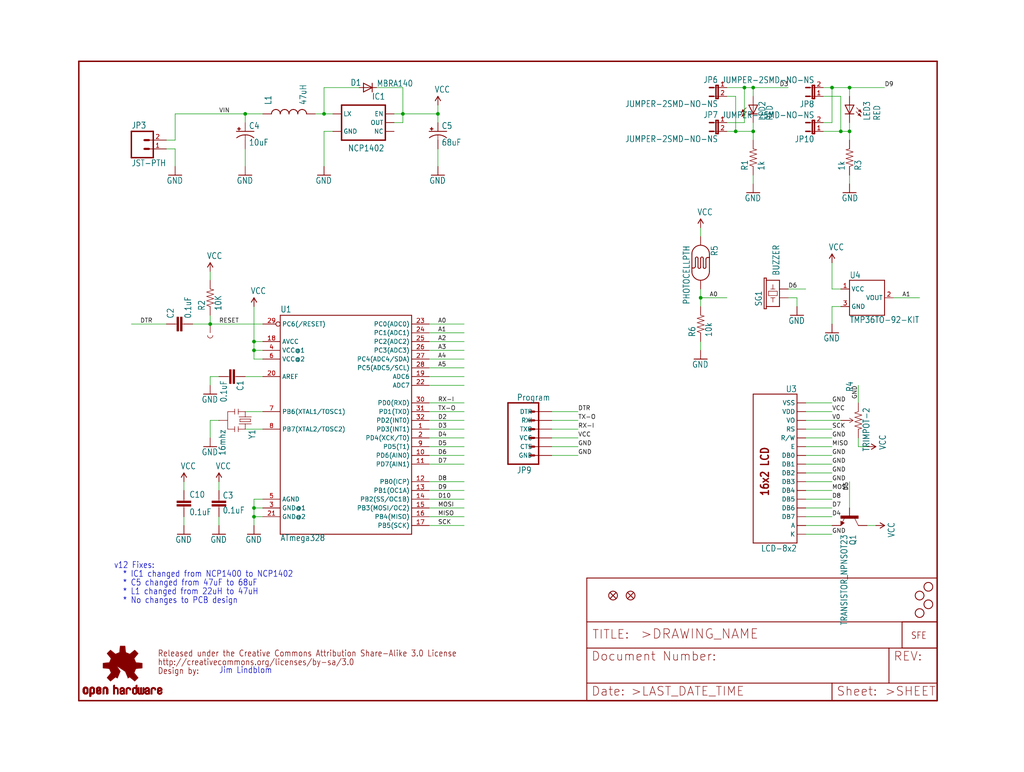
<source format=kicad_sch>
(kicad_sch (version 20211123) (generator eeschema)
  (paper "User" 297.002 223.926)
  (lib_symbols
    (symbol "eagleSchem-eagle-import:ARDUINO_SERIAL_PROGRAMPTH-KIT"
      (property "Reference" "JP" (at -5.08 10.922 0))
      (property "Value" "ARDUINO_SERIAL_PROGRAMPTH-KIT" (at -5.08 -10.16 0))
      (symbol "ARDUINO_SERIAL_PROGRAMPTH-KIT_1_0"
        (pin passive line (at 5.08 -5.08 180) (length 5.08) (name "DTR") (number "1"))
        (pin passive line (at 5.08 -2.54 180) (length 5.08) (name "RXI") (number "2"))
        (pin passive line (at 5.08 0 180) (length 5.08) (name "TXO") (number "3"))
        (pin passive line (at 5.08 2.54 180) (length 5.08) (name "VCC") (number "4"))
        (pin passive line (at 5.08 5.08 180) (length 5.08) (name "CTS") (number "5"))
        (pin passive line (at 5.08 7.62 180) (length 5.08) (name "GND") (number "6"))
      )
    )
    (symbol "eagleSchem-eagle-import:ATMEGA168"
      (property "Reference" "U" (at -17.78 -38.1 0))
      (property "Value" "ATMEGA168" (at -17.78 28.448 0))
      (symbol "ATMEGA168_1_0"
        (pin bidirectional line (at 25.4 -5.08 180) (length 5.08) (name "PD3(INT1)") (number "1"))
        (pin bidirectional line (at 25.4 -12.7 180) (length 5.08) (name "PD6(AIN0)") (number "10"))
        (pin bidirectional line (at 25.4 -15.24 180) (length 5.08) (name "PD7(AIN1)") (number "11"))
        (pin bidirectional line (at 25.4 -20.32 180) (length 5.08) (name "PB0(ICP)") (number "12"))
        (pin bidirectional line (at 25.4 -22.86 180) (length 5.08) (name "PB1(OC1A)") (number "13"))
        (pin bidirectional line (at 25.4 -25.4 180) (length 5.08) (name "PB2(SS/OC1B)") (number "14"))
        (pin bidirectional line (at 25.4 -27.94 180) (length 5.08) (name "PB3(MOSI/OC2)") (number "15"))
        (pin bidirectional line (at 25.4 -30.48 180) (length 5.08) (name "PB4(MISO)") (number "16"))
        (pin bidirectional line (at 25.4 -33.02 180) (length 5.08) (name "PB5(SCK)") (number "17"))
        (pin bidirectional line (at -22.86 20.32 0) (length 5.08) (name "AVCC") (number "18"))
        (pin bidirectional line (at 25.4 10.16 180) (length 5.08) (name "ADC6") (number "19"))
        (pin bidirectional line (at 25.4 -7.62 180) (length 5.08) (name "PD4(XCK/T0)") (number "2"))
        (pin bidirectional line (at -22.86 10.16 0) (length 5.08) (name "AREF") (number "20"))
        (pin bidirectional line (at -22.86 -30.48 0) (length 5.08) (name "GND@2") (number "21"))
        (pin bidirectional line (at 25.4 7.62 180) (length 5.08) (name "ADC7") (number "22"))
        (pin bidirectional line (at 25.4 25.4 180) (length 5.08) (name "PC0(ADC0)") (number "23"))
        (pin bidirectional line (at 25.4 22.86 180) (length 5.08) (name "PC1(ADC1)") (number "24"))
        (pin bidirectional line (at 25.4 20.32 180) (length 5.08) (name "PC2(ADC2)") (number "25"))
        (pin bidirectional line (at 25.4 17.78 180) (length 5.08) (name "PC3(ADC3)") (number "26"))
        (pin bidirectional line (at 25.4 15.24 180) (length 5.08) (name "PC4(ADC4/SDA)") (number "27"))
        (pin bidirectional line (at 25.4 12.7 180) (length 5.08) (name "PC5(ADC5/SCL)") (number "28"))
        (pin bidirectional inverted (at -22.86 25.4 0) (length 5.08) (name "PC6(/RESET)") (number "29"))
        (pin bidirectional line (at -22.86 -27.94 0) (length 5.08) (name "GND@1") (number "3"))
        (pin bidirectional line (at 25.4 2.54 180) (length 5.08) (name "PD0(RXD)") (number "30"))
        (pin bidirectional line (at 25.4 0 180) (length 5.08) (name "PD1(TXD)") (number "31"))
        (pin bidirectional line (at 25.4 -2.54 180) (length 5.08) (name "PD2(INT0)") (number "32"))
        (pin bidirectional line (at -22.86 17.78 0) (length 5.08) (name "VCC@1") (number "4"))
        (pin bidirectional line (at -22.86 -25.4 0) (length 5.08) (name "AGND") (number "5"))
        (pin bidirectional line (at -22.86 15.24 0) (length 5.08) (name "VCC@2") (number "6"))
        (pin bidirectional line (at -22.86 0 0) (length 5.08) (name "PB6(XTAL1/TOSC1)") (number "7"))
        (pin bidirectional line (at -22.86 -5.08 0) (length 5.08) (name "PB7(XTAL2/TOSC2)") (number "8"))
        (pin bidirectional line (at 25.4 -10.16 180) (length 5.08) (name "PD5(T1)") (number "9"))
      )
    )
    (symbol "eagleSchem-eagle-import:BUZZERPTH-NS-KIT"
      (property "Reference" "SG" (at -2.54 5.08 0))
      (property "Value" "BUZZERPTH-NS-KIT" (at 6.35 0 0))
      (symbol "BUZZERPTH-NS-KIT_1_0"
        (pin passive line (at 0 -2.54 90) (length 2.54) (name "1") (number "+"))
        (pin passive line (at 2.54 -2.54 90) (length 2.54) (name "2") (number "-"))
      )
    )
    (symbol "eagleSchem-eagle-import:CAP0402-CAP"
      (property "Reference" "C" (at 1.524 2.921 0))
      (property "Value" "CAP0402-CAP" (at 1.524 -2.159 0))
      (symbol "CAP0402-CAP_1_0"
        (pin passive line (at 0 5.08 270) (length 2.54) (name "1") (number "1"))
        (pin passive line (at 0 -2.54 90) (length 2.54) (name "2") (number "2"))
      )
    )
    (symbol "eagleSchem-eagle-import:CAP_POL1206"
      (property "Reference" "C" (at 1.016 0.635 0))
      (property "Value" "CAP_POL1206" (at 1.016 -4.191 0))
      (symbol "CAP_POL1206_1_0"
        (pin passive line (at 0 2.54 270) (length 2.54) (name "+") (number "A"))
        (pin passive line (at 0 -5.08 90) (length 2.54) (name "-") (number "C"))
      )
    )
    (symbol "eagleSchem-eagle-import:CAP_POL3528"
      (property "Reference" "C" (at 1.016 0.635 0))
      (property "Value" "CAP_POL3528" (at 1.016 -4.191 0))
      (symbol "CAP_POL3528_1_0"
        (pin passive line (at 0 2.54 270) (length 2.54) (name "+") (number "A"))
        (pin passive line (at 0 -5.08 90) (length 2.54) (name "-") (number "C"))
      )
    )
    (symbol "eagleSchem-eagle-import:CREATIVE_COMMONS"
      (symbol "CREATIVE_COMMONS_1_0"
        (text "Design by:" (at 0 0 0) (effects (font (size 1.778 1.5113)) (justify left bottom)))
        (text "http://creativecommons.org/licenses/by-sa/3.0" (at 0 2.54 0) (effects (font (size 1.778 1.5113)) (justify left bottom)))
        (text "Released under the Creative Commons Attribution Share-Alike 3.0 License" (at 0 5.08 0) (effects (font (size 1.778 1.5113)) (justify left bottom)))
      )
    )
    (symbol "eagleSchem-eagle-import:DIODESMA"
      (property "Reference" "D" (at 2.54 0.4826 0))
      (property "Value" "DIODESMA" (at 2.54 -2.3114 0))
      (symbol "DIODESMA_1_0"
        (pin passive line (at -2.54 0 0) (length 2.54) (name "A") (number "A"))
        (pin passive line (at 2.54 0 180) (length 2.54) (name "C") (number "C"))
      )
    )
    (symbol "eagleSchem-eagle-import:FIDUCIAL1X2.5")
    (symbol "eagleSchem-eagle-import:FRAME-LETTER"
      (symbol "FRAME-LETTER_2_0"
        (text ">DRAWING_NAME" (at 15.494 17.78 0) (effects (font (size 2.7432 2.7432)) (justify left bottom)))
        (text ">LAST_DATE_TIME" (at 12.7 1.27 0) (effects (font (size 2.54 2.54)) (justify left bottom)))
        (text ">SHEET" (at 86.36 1.27 0) (effects (font (size 2.54 2.54)) (justify left bottom)))
        (text "Date:" (at 1.27 1.27 0) (effects (font (size 2.54 2.54)) (justify left bottom)))
        (text "Document Number:" (at 1.27 11.43 0) (effects (font (size 2.54 2.54)) (justify left bottom)))
        (text "REV:" (at 88.9 11.43 0) (effects (font (size 2.54 2.54)) (justify left bottom)))
        (text "Sheet:" (at 72.39 1.27 0) (effects (font (size 2.54 2.54)) (justify left bottom)))
        (text "TITLE:" (at 1.524 17.78 0) (effects (font (size 2.54 2.54)) (justify left bottom)))
      )
    )
    (symbol "eagleSchem-eagle-import:GND" (power)
      (property "Value" "GND" (at -2.54 -2.54 0))
      (symbol "GND_1_0"
        (pin power_in line (at 0 2.54 270) (length 2.54) (name "GND") (number "1"))
      )
    )
    (symbol "eagleSchem-eagle-import:INDUCTORCR54"
      (property "Reference" "L" (at 2.54 5.08 0))
      (property "Value" "INDUCTORCR54" (at 2.54 -5.08 0))
      (symbol "INDUCTORCR54_1_0"
        (pin passive line (at 0 7.62 270) (length 2.54) (name "1") (number "P$1"))
        (pin passive line (at 0 -7.62 90) (length 2.54) (name "2") (number "P$2"))
      )
    )
    (symbol "eagleSchem-eagle-import:JUMPER-2SMD-NO-NS"
      (property "Reference" "JP" (at -1.27 0 90))
      (property "Value" "JUMPER-2SMD-NO-NS" (at 5.715 0 90))
      (symbol "JUMPER-2SMD-NO-NS_1_0"
        (pin passive line (at 0 -2.54 90) (length 2.54) (name "1") (number "1"))
        (pin passive line (at 2.54 -2.54 90) (length 2.54) (name "2") (number "2"))
      )
    )
    (symbol "eagleSchem-eagle-import:LCD-16X28X2-KIT"
      (property "Reference" "U" (at -7.62 23.368 0))
      (property "Value" "LCD-16X28X2-KIT" (at -7.62 -22.86 0))
      (symbol "LCD-16X28X2-KIT_1_0"
        (text "16x2 LCD" (at 3.048 -6.858 900) (effects (font (size 2.286 1.9431) (thickness 0.3886) bold) (justify left bottom)))
        (pin power_in line (at -10.16 20.32 0) (length 2.54) (name "VSS") (number "1"))
        (pin bidirectional line (at -10.16 -2.54 0) (length 2.54) (name "DB3") (number "10"))
        (pin bidirectional line (at -10.16 -5.08 0) (length 2.54) (name "DB4") (number "11"))
        (pin bidirectional line (at -10.16 -7.62 0) (length 2.54) (name "DB5") (number "12"))
        (pin bidirectional line (at -10.16 -10.16 0) (length 2.54) (name "DB6") (number "13"))
        (pin bidirectional line (at -10.16 -12.7 0) (length 2.54) (name "DB7") (number "14"))
        (pin power_in line (at -10.16 -15.24 0) (length 2.54) (name "A") (number "15"))
        (pin power_in line (at -10.16 -17.78 0) (length 2.54) (name "K") (number "16"))
        (pin power_in line (at -10.16 17.78 0) (length 2.54) (name "VDD") (number "2"))
        (pin bidirectional line (at -10.16 15.24 0) (length 2.54) (name "VO") (number "3"))
        (pin input line (at -10.16 12.7 0) (length 2.54) (name "RS") (number "4"))
        (pin input line (at -10.16 10.16 0) (length 2.54) (name "R/W") (number "5"))
        (pin input line (at -10.16 7.62 0) (length 2.54) (name "E") (number "6"))
        (pin bidirectional line (at -10.16 5.08 0) (length 2.54) (name "DB0") (number "7"))
        (pin bidirectional line (at -10.16 2.54 0) (length 2.54) (name "DB1") (number "8"))
        (pin bidirectional line (at -10.16 0 0) (length 2.54) (name "DB2") (number "9"))
      )
    )
    (symbol "eagleSchem-eagle-import:LED5MM-KIT"
      (property "Reference" "LED" (at 3.556 -4.572 90))
      (property "Value" "LED5MM-KIT" (at 5.715 -4.572 90))
      (symbol "LED5MM-KIT_1_0"
        (pin passive line (at 0 2.54 270) (length 2.54) (name "A") (number "A"))
        (pin passive line (at 0 -5.08 90) (length 2.54) (name "C") (number "K"))
      )
    )
    (symbol "eagleSchem-eagle-import:LOGO-SFENEW"
      (symbol "LOGO-SFENEW_1_0"
        (text "SFE" (at 0 0 0) (effects (font (size 1.9304 1.6408)) (justify left bottom)))
      )
    )
    (symbol "eagleSchem-eagle-import:M02JST-PTH-2-KIT"
      (property "Reference" "JP" (at -2.54 5.842 0))
      (property "Value" "M02JST-PTH-2-KIT" (at -2.54 -5.08 0))
      (symbol "M02JST-PTH-2-KIT_1_0"
        (pin passive line (at 7.62 0 180) (length 5.08) (name "1") (number "1"))
        (pin passive line (at 7.62 2.54 180) (length 5.08) (name "2") (number "2"))
      )
    )
    (symbol "eagleSchem-eagle-import:OSHW-LOGOM")
    (symbol "eagleSchem-eagle-import:PHOTOCELLPTH-KIT"
      (property "Reference" "R" (at -5.08 3.048 0))
      (property "Value" "PHOTOCELLPTH-KIT" (at -5.08 -5.08 0))
      (symbol "PHOTOCELLPTH-KIT_1_0"
        (pin bidirectional line (at -7.62 0 0) (length 2.54) (name "P$1") (number "1"))
        (pin bidirectional line (at 7.62 0 180) (length 2.54) (name "P$2") (number "2"))
      )
    )
    (symbol "eagleSchem-eagle-import:RESISTOR0402-RES"
      (property "Reference" "R" (at -3.81 1.4986 0))
      (property "Value" "RESISTOR0402-RES" (at -3.81 -3.302 0))
      (symbol "RESISTOR0402-RES_1_0"
        (pin passive line (at -5.08 0 0) (length 2.54) (name "1") (number "1"))
        (pin passive line (at 5.08 0 180) (length 2.54) (name "2") (number "2"))
      )
    )
    (symbol "eagleSchem-eagle-import:RESISTORKIT"
      (property "Reference" "R" (at -3.81 1.4986 0))
      (property "Value" "RESISTORKIT" (at -3.81 -3.302 0))
      (symbol "RESISTORKIT_1_0"
        (pin passive line (at -5.08 0 0) (length 2.54) (name "1") (number "P$1"))
        (pin passive line (at 5.08 0 180) (length 2.54) (name "2") (number "P$2"))
      )
    )
    (symbol "eagleSchem-eagle-import:RESONATORSMD"
      (property "Reference" "Y" (at 2.54 1.016 0))
      (property "Value" "RESONATORSMD" (at 2.54 -7.62 0))
      (symbol "RESONATORSMD_1_0"
        (pin passive line (at -2.54 0 0) (length 0) (name "1") (number "1"))
        (pin passive line (at 0 -7.62 90) (length 0) (name "2") (number "2"))
        (pin passive line (at 2.54 0 180) (length 0) (name "3") (number "3"))
      )
    )
    (symbol "eagleSchem-eagle-import:STAND-OFF")
    (symbol "eagleSchem-eagle-import:TEST-POINT3X5"
      (property "Reference" "TP" (at -2.54 2.54 0))
      (property "Value" "TEST-POINT3X5" (at -2.54 -2.54 0))
      (symbol "TEST-POINT3X5_1_0"
        (pin bidirectional line (at 0 0 180) (length 0) (name "1") (number "P$1"))
      )
    )
    (symbol "eagleSchem-eagle-import:TMP36TO-92-KIT"
      (property "Reference" "U" (at -5.08 5.588 0))
      (property "Value" "TMP36TO-92-KIT" (at -5.08 -7.366 0))
      (symbol "TMP36TO-92-KIT_1_0"
        (pin bidirectional line (at -7.62 2.54 0) (length 2.54) (name "VCC") (number "1"))
        (pin bidirectional line (at 7.62 0 180) (length 2.54) (name "VOUT") (number "2"))
        (pin bidirectional line (at -7.62 -2.54 0) (length 2.54) (name "GND") (number "3"))
      )
    )
    (symbol "eagleSchem-eagle-import:TRANSISTOR_NPNSOT23"
      (property "Reference" "Q" (at 5.08 0 0))
      (property "Value" "TRANSISTOR_NPNSOT23" (at 5.08 -2.54 0))
      (symbol "TRANSISTOR_NPNSOT23_1_0"
        (pin passive line (at -2.54 0 0) (length 2.54) (name "B") (number "1"))
        (pin passive line (at 2.54 -5.08 90) (length 2.54) (name "E") (number "2"))
        (pin passive line (at 2.54 5.08 270) (length 2.54) (name "C") (number "3"))
      )
    )
    (symbol "eagleSchem-eagle-import:TRIMPOT-2"
      (property "Reference" "R" (at -11.43 1.4986 0))
      (property "Value" "TRIMPOT-2" (at -3.81 -3.302 0))
      (symbol "TRIMPOT-2_1_0"
        (pin passive line (at -5.08 0 0) (length 2.54) (name "CCW") (number "1"))
        (pin passive line (at 0 5.08 270) (length 2.54) (name "WIPER") (number "2"))
        (pin passive line (at 5.08 0 180) (length 2.54) (name "CW") (number "3"))
      )
    )
    (symbol "eagleSchem-eagle-import:VCC" (power)
      (property "Value" "VCC" (at -1.016 3.556 0))
      (symbol "VCC_1_0"
        (pin power_in line (at 0 0 90) (length 2.54) (name "VCC") (number "1"))
      )
    )
    (symbol "eagleSchem-eagle-import:V_REG_NCP1400SOT23-5"
      (property "Reference" "IC" (at -5.08 6.604 0))
      (property "Value" "V_REG_NCP1400SOT23-5" (at -4.826 -8.382 0))
      (symbol "V_REG_NCP1400SOT23-5_1_0"
        (pin input line (at -7.62 2.54 0) (length 2.54) (name "EN") (number "1"))
        (pin passive line (at -7.62 0 0) (length 2.54) (name "OUT") (number "2"))
        (pin input line (at -7.62 -2.54 0) (length 2.54) (name "NC") (number "3"))
        (pin input line (at 10.16 -2.54 180) (length 2.54) (name "GND") (number "4"))
        (pin input line (at 10.16 2.54 180) (length 2.54) (name "LX") (number "5"))
      )
    )
  )
  (junction (at 127 33.02))
  (junction (at 93.98 33.02))
  (junction (at 73.66 101.6))
  (junction (at 60.96 93.98))
  (junction (at 213.36 38.1))
  (junction (at 218.44 38.1))
  (junction (at 215.9 25.4))
  (junction (at 71.12 33.02))
  (junction (at 243.84 38.1))
  (junction (at 246.38 38.1))
  (junction (at 73.66 149.86))
  (junction (at 73.66 147.32))
  (junction (at 246.38 25.4))
  (junction (at 116.84 33.02))
  (junction (at 241.3 25.4))
  (junction (at 73.66 99.06))
  (junction (at 218.44 25.4))
  (junction (at 203.2 86.36))
  (wire (pts (xy 241.3 25.4) (xy 238.76 25.4)))
  (wire (pts (xy 218.44 27.94) (xy 218.44 25.4)))
  (wire (pts (xy 124.46 144.78) (xy 134.62 144.78)))
  (wire (pts (xy 114.3 33.02) (xy 116.84 33.02)))
  (wire (pts (xy 73.66 101.6) (xy 73.66 99.06)))
  (wire (pts (xy 63.5 139.7) (xy 63.5 142.24)))
  (wire (pts (xy 48.26 93.98) (xy 38.1 93.98)))
  (wire (pts (xy 233.68 116.84) (xy 241.3 116.84)))
  (wire (pts (xy 124.46 127) (xy 134.62 127)))
  (wire (pts (xy 243.84 83.82) (xy 241.3 83.82)))
  (wire (pts (xy 124.46 111.76) (xy 134.62 111.76)))
  (wire (pts (xy 233.68 124.46) (xy 241.3 124.46)))
  (wire (pts (xy 246.38 53.34) (xy 246.38 50.8)))
  (wire (pts (xy 124.46 132.08) (xy 134.62 132.08)))
  (wire (pts (xy 50.8 40.64) (xy 50.8 33.02)))
  (wire (pts (xy 60.96 78.74) (xy 60.96 81.28)))
  (wire (pts (xy 218.44 25.4) (xy 228.6 25.4)))
  (wire (pts (xy 233.68 137.16) (xy 241.3 137.16)))
  (wire (pts (xy 233.68 129.54) (xy 241.3 129.54)))
  (wire (pts (xy 215.9 35.56) (xy 215.9 25.4)))
  (wire (pts (xy 160.02 119.38) (xy 167.64 119.38)))
  (wire (pts (xy 73.66 144.78) (xy 73.66 147.32)))
  (wire (pts (xy 246.38 27.94) (xy 246.38 25.4)))
  (wire (pts (xy 210.82 27.94) (xy 213.36 27.94)))
  (wire (pts (xy 238.76 27.94) (xy 243.84 27.94)))
  (wire (pts (xy 76.2 104.14) (xy 73.66 104.14)))
  (wire (pts (xy 124.46 93.98) (xy 134.62 93.98)))
  (wire (pts (xy 228.6 86.36) (xy 231.14 86.36)))
  (wire (pts (xy 124.46 116.84) (xy 134.62 116.84)))
  (wire (pts (xy 124.46 152.4) (xy 134.62 152.4)))
  (wire (pts (xy 116.84 33.02) (xy 116.84 35.56)))
  (wire (pts (xy 254 152.4) (xy 251.46 152.4)))
  (wire (pts (xy 241.3 88.9) (xy 241.3 93.98)))
  (wire (pts (xy 93.98 38.1) (xy 93.98 48.26)))
  (wire (pts (xy 228.6 83.82) (xy 233.68 83.82)))
  (wire (pts (xy 109.22 25.4) (xy 116.84 25.4)))
  (wire (pts (xy 53.34 139.7) (xy 53.34 142.24)))
  (wire (pts (xy 93.98 25.4) (xy 104.14 25.4)))
  (wire (pts (xy 124.46 149.86) (xy 134.62 149.86)))
  (wire (pts (xy 124.46 129.54) (xy 134.62 129.54)))
  (wire (pts (xy 238.76 35.56) (xy 241.3 35.56)))
  (wire (pts (xy 210.82 25.4) (xy 215.9 25.4)))
  (wire (pts (xy 246.38 40.64) (xy 246.38 38.1)))
  (wire (pts (xy 160.02 132.08) (xy 167.64 132.08)))
  (wire (pts (xy 160.02 129.54) (xy 167.64 129.54)))
  (wire (pts (xy 124.46 96.52) (xy 134.62 96.52)))
  (wire (pts (xy 124.46 99.06) (xy 134.62 99.06)))
  (wire (pts (xy 210.82 35.56) (xy 215.9 35.56)))
  (wire (pts (xy 71.12 33.02) (xy 71.12 35.56)))
  (wire (pts (xy 124.46 121.92) (xy 134.62 121.92)))
  (wire (pts (xy 53.34 152.4) (xy 53.34 149.86)))
  (wire (pts (xy 76.2 33.02) (xy 71.12 33.02)))
  (wire (pts (xy 233.68 147.32) (xy 241.3 147.32)))
  (wire (pts (xy 76.2 144.78) (xy 73.66 144.78)))
  (wire (pts (xy 210.82 38.1) (xy 213.36 38.1)))
  (wire (pts (xy 233.68 142.24) (xy 241.3 142.24)))
  (wire (pts (xy 233.68 119.38) (xy 241.3 119.38)))
  (wire (pts (xy 233.68 149.86) (xy 241.3 149.86)))
  (wire (pts (xy 243.84 38.1) (xy 246.38 38.1)))
  (wire (pts (xy 124.46 109.22) (xy 134.62 109.22)))
  (wire (pts (xy 91.44 33.02) (xy 93.98 33.02)))
  (wire (pts (xy 218.44 53.34) (xy 218.44 50.8)))
  (wire (pts (xy 233.68 121.92) (xy 243.84 121.92)))
  (wire (pts (xy 203.2 66.04) (xy 203.2 68.58)))
  (wire (pts (xy 96.52 38.1) (xy 93.98 38.1)))
  (wire (pts (xy 124.46 119.38) (xy 134.62 119.38)))
  (wire (pts (xy 243.84 88.9) (xy 241.3 88.9)))
  (wire (pts (xy 203.2 83.82) (xy 203.2 86.36)))
  (wire (pts (xy 203.2 86.36) (xy 210.82 86.36)))
  (wire (pts (xy 160.02 127) (xy 167.64 127)))
  (wire (pts (xy 124.46 124.46) (xy 134.62 124.46)))
  (wire (pts (xy 248.92 116.84) (xy 248.92 111.76)))
  (wire (pts (xy 50.8 43.18) (xy 50.8 48.26)))
  (wire (pts (xy 233.68 134.62) (xy 241.3 134.62)))
  (wire (pts (xy 76.2 99.06) (xy 73.66 99.06)))
  (wire (pts (xy 233.68 132.08) (xy 241.3 132.08)))
  (wire (pts (xy 241.3 25.4) (xy 246.38 25.4)))
  (wire (pts (xy 213.36 27.94) (xy 213.36 38.1)))
  (wire (pts (xy 127 33.02) (xy 127 30.48)))
  (wire (pts (xy 60.96 93.98) (xy 60.96 91.44)))
  (wire (pts (xy 124.46 147.32) (xy 134.62 147.32)))
  (wire (pts (xy 63.5 152.4) (xy 63.5 149.86)))
  (wire (pts (xy 55.88 93.98) (xy 60.96 93.98)))
  (wire (pts (xy 124.46 104.14) (xy 134.62 104.14)))
  (wire (pts (xy 48.26 40.64) (xy 50.8 40.64)))
  (wire (pts (xy 213.36 38.1) (xy 218.44 38.1)))
  (wire (pts (xy 116.84 25.4) (xy 116.84 33.02)))
  (wire (pts (xy 93.98 33.02) (xy 93.98 25.4)))
  (wire (pts (xy 233.68 152.4) (xy 241.3 152.4)))
  (wire (pts (xy 127 43.18) (xy 127 48.26)))
  (wire (pts (xy 124.46 106.68) (xy 134.62 106.68)))
  (wire (pts (xy 60.96 109.22) (xy 63.5 109.22)))
  (wire (pts (xy 248.92 127) (xy 248.92 129.54)))
  (wire (pts (xy 233.68 144.78) (xy 241.3 144.78)))
  (wire (pts (xy 124.46 139.7) (xy 134.62 139.7)))
  (wire (pts (xy 218.44 38.1) (xy 218.44 35.56)))
  (wire (pts (xy 160.02 124.46) (xy 167.64 124.46)))
  (wire (pts (xy 73.66 99.06) (xy 73.66 88.9)))
  (wire (pts (xy 218.44 40.64) (xy 218.44 38.1)))
  (wire (pts (xy 73.66 104.14) (xy 73.66 101.6)))
  (wire (pts (xy 76.2 147.32) (xy 73.66 147.32)))
  (wire (pts (xy 259.08 86.36) (xy 266.7 86.36)))
  (wire (pts (xy 124.46 134.62) (xy 134.62 134.62)))
  (wire (pts (xy 241.3 83.82) (xy 241.3 76.2)))
  (wire (pts (xy 248.92 129.54) (xy 251.46 129.54)))
  (wire (pts (xy 76.2 101.6) (xy 73.66 101.6)))
  (wire (pts (xy 76.2 124.46) (xy 71.12 124.46)))
  (wire (pts (xy 76.2 119.38) (xy 71.12 119.38)))
  (wire (pts (xy 233.68 127) (xy 241.3 127)))
  (wire (pts (xy 160.02 121.92) (xy 167.64 121.92)))
  (wire (pts (xy 238.76 38.1) (xy 243.84 38.1)))
  (wire (pts (xy 76.2 93.98) (xy 60.96 93.98)))
  (wire (pts (xy 241.3 35.56) (xy 241.3 25.4)))
  (wire (pts (xy 215.9 25.4) (xy 218.44 25.4)))
  (wire (pts (xy 124.46 101.6) (xy 134.62 101.6)))
  (wire (pts (xy 203.2 88.9) (xy 203.2 86.36)))
  (wire (pts (xy 231.14 86.36) (xy 231.14 88.9)))
  (wire (pts (xy 243.84 27.94) (xy 243.84 38.1)))
  (wire (pts (xy 63.5 121.92) (xy 60.96 121.92)))
  (wire (pts (xy 116.84 33.02) (xy 127 33.02)))
  (wire (pts (xy 60.96 111.76) (xy 60.96 109.22)))
  (wire (pts (xy 246.38 147.32) (xy 246.38 139.7)))
  (wire (pts (xy 124.46 142.24) (xy 134.62 142.24)))
  (wire (pts (xy 71.12 43.18) (xy 71.12 48.26)))
  (wire (pts (xy 203.2 101.6) (xy 203.2 99.06)))
  (wire (pts (xy 71.12 109.22) (xy 76.2 109.22)))
  (wire (pts (xy 73.66 147.32) (xy 73.66 149.86)))
  (wire (pts (xy 246.38 38.1) (xy 246.38 35.56)))
  (wire (pts (xy 76.2 149.86) (xy 73.66 149.86)))
  (wire (pts (xy 116.84 35.56) (xy 114.3 35.56)))
  (wire (pts (xy 233.68 139.7) (xy 241.3 139.7)))
  (wire (pts (xy 246.38 25.4) (xy 256.54 25.4)))
  (wire (pts (xy 60.96 121.92) (xy 60.96 127)))
  (wire (pts (xy 96.52 33.02) (xy 93.98 33.02)))
  (wire (pts (xy 233.68 154.94) (xy 241.3 154.94)))
  (wire (pts (xy 50.8 33.02) (xy 71.12 33.02)))
  (wire (pts (xy 127 33.02) (xy 127 35.56)))
  (wire (pts (xy 73.66 149.86) (xy 73.66 152.4)))
  (wire (pts (xy 48.26 43.18) (xy 50.8 43.18)))
  (text "* No changes to PCB design" (at 35.56 175.26 180) (effects (font (size 1.778 1.5113)) (justify left bottom)))
  (text "v12 Fixes:" (at 33.02 165.1 180) (effects (font (size 1.778 1.5113)) (justify left bottom)))
  (text "* C5 changed from 47uF to 68uF" (at 35.56 170.18 180) (effects (font (size 1.778 1.5113)) (justify left bottom)))
  (text "* L1 changed from 22uH to 47uH" (at 35.56 172.72 180) (effects (font (size 1.778 1.5113)) (justify left bottom)))
  (text "* IC1 changed from NCP1400 to NCP1402" (at 35.56 167.64 180) (effects (font (size 1.778 1.5113)) (justify left bottom)))
  (text "Jim Lindblom" (at 63.5 195.58 180) (effects (font (size 1.778 1.5113)) (justify left bottom)))
  (label "MOSI" (at 241.3 142.24 0) (effects (font (size 1.2446 1.2446))))
  (label "GND" (at 241.3 116.84 0) (effects (font (size 1.2446 1.2446))))
  (label "VIN" (at 63.5 33.02 0) (effects (font (size 1.2446 1.2446))))
  (label "SCK" (at 127 152.4 0) (effects (font (size 1.2446 1.2446))))
  (label "VCC" (at 167.64 127 0) (effects (font (size 1.2446 1.2446))))
  (label "GND" (at 241.3 127 0) (effects (font (size 1.2446 1.2446))))
  (label "GND" (at 241.3 139.7 0) (effects (font (size 1.2446 1.2446))))
  (label "MISO" (at 241.3 129.54 0) (effects (font (size 1.2446 1.2446))))
  (label "DTR" (at 167.64 119.38 0) (effects (font (size 1.2446 1.2446))))
  (label "D4" (at 127 127 0) (effects (font (size 1.2446 1.2446))))
  (label "A4" (at 127 104.14 0) (effects (font (size 1.2446 1.2446))))
  (label "GND" (at 241.3 154.94 0) (effects (font (size 1.2446 1.2446))))
  (label "V0" (at 241.3 121.92 0) (effects (font (size 1.2446 1.2446))))
  (label "RX-I" (at 127 116.84 0) (effects (font (size 1.2446 1.2446))))
  (label "D8" (at 127 139.7 0) (effects (font (size 1.2446 1.2446))))
  (label "GND" (at 167.64 129.54 0) (effects (font (size 1.2446 1.2446))))
  (label "D5" (at 246.38 139.7 270) (effects (font (size 1.2446 1.2446))))
  (label "D10" (at 127 144.78 0) (effects (font (size 1.2446 1.2446))))
  (label "GND" (at 167.64 132.08 0) (effects (font (size 1.2446 1.2446))))
  (label "D5" (at 127 129.54 0) (effects (font (size 1.2446 1.2446))))
  (label "D4" (at 241.3 149.86 0) (effects (font (size 1.2446 1.2446))))
  (label "D7" (at 127 134.62 0) (effects (font (size 1.2446 1.2446))))
  (label "SCK" (at 241.3 124.46 0) (effects (font (size 1.2446 1.2446))))
  (label "A5" (at 127 106.68 0) (effects (font (size 1.2446 1.2446))))
  (label "TX-O" (at 167.64 121.92 0) (effects (font (size 1.2446 1.2446))))
  (label "A1" (at 127 96.52 0) (effects (font (size 1.2446 1.2446))))
  (label "RX-I" (at 167.64 124.46 0) (effects (font (size 1.2446 1.2446))))
  (label "D3" (at 226.06 25.4 0) (effects (font (size 1.2446 1.2446))))
  (label "A3" (at 127 101.6 0) (effects (font (size 1.2446 1.2446))))
  (label "D7" (at 241.3 147.32 0) (effects (font (size 1.2446 1.2446))))
  (label "D3" (at 127 124.46 0) (effects (font (size 1.2446 1.2446))))
  (label "GND" (at 241.3 137.16 0) (effects (font (size 1.2446 1.2446))))
  (label "A2" (at 127 99.06 0) (effects (font (size 1.2446 1.2446))))
  (label "MOSI" (at 127 147.32 0) (effects (font (size 1.2446 1.2446))))
  (label "D2" (at 127 121.92 0) (effects (font (size 1.2446 1.2446))))
  (label "A0" (at 127 93.98 0) (effects (font (size 1.2446 1.2446))))
  (label "D8" (at 241.3 144.78 0) (effects (font (size 1.2446 1.2446))))
  (label "RESET" (at 63.5 93.98 0) (effects (font (size 1.2446 1.2446))))
  (label "GND" (at 241.3 132.08 0) (effects (font (size 1.2446 1.2446))))
  (label "A0" (at 205.74 86.36 0) (effects (font (size 1.2446 1.2446))))
  (label "A1" (at 261.62 86.36 0) (effects (font (size 1.2446 1.2446))))
  (label "VCC" (at 241.3 119.38 0) (effects (font (size 1.2446 1.2446))))
  (label "DTR" (at 40.64 93.98 0) (effects (font (size 1.2446 1.2446))))
  (label "GND" (at 248.92 111.76 270) (effects (font (size 1.2446 1.2446))))
  (label "D6" (at 228.6 83.82 0) (effects (font (size 1.2446 1.2446))))
  (label "D9" (at 256.54 25.4 0) (effects (font (size 1.2446 1.2446))))
  (label "GND" (at 241.3 134.62 0) (effects (font (size 1.2446 1.2446))))
  (label "MISO" (at 127 149.86 0) (effects (font (size 1.2446 1.2446))))
  (label "D6" (at 127 132.08 0) (effects (font (size 1.2446 1.2446))))
  (label "D9" (at 127 142.24 0) (effects (font (size 1.2446 1.2446))))
  (label "TX-O" (at 127 119.38 0) (effects (font (size 1.2446 1.2446))))
  (symbol (lib_id "eagleSchem-eagle-import:JUMPER-2SMD-NO-NS") (at 236.22 27.94 90) (unit 1)
    (property "Reference" "JP8" (at 236.22 29.21 90) (effects (font (size 1.778 1.5113)) (justify left bottom)))
    (property "Value" "JUMPER-2SMD-NO-NS" (at 236.22 22.225 90) (effects (font (size 1.778 1.5113)) (justify left bottom)))
    (property "Footprint" "eagleSchem:SJ_2S-NO-NS" (effects hide))
  )
  (symbol (lib_id "eagleSchem-eagle-import:LCD-16X28X2-KIT") (at 223.52 137.16 0) (mirror y) (unit 1)
    (property "Reference" "U3" (at 231.14 113.792 0) (effects (font (size 1.778 1.5113)) (justify left bottom)))
    (property "Value" "LCD-8x2" (at 231.14 160.02 0) (effects (font (size 1.778 1.5113)) (justify left bottom)))
    (property "Footprint" "eagleSchem:LCD-8X2-KIT" (effects hide))
  )
  (symbol (lib_id "eagleSchem-eagle-import:STAND-OFF") (at 266.7 177.8 0) (unit 1)
    (property "Reference" "JP5" (effects hide))
    (property "Value" "Long, Plastic" (effects hide))
    (property "Footprint" "eagleSchem:STAND-OFF" (effects hide))
  )
  (symbol (lib_id "eagleSchem-eagle-import:VCC") (at 254 152.4 270) (unit 1)
    (property "Reference" "#P+4" (effects hide))
    (property "Value" "VCC" (at 257.556 151.384 0) (effects (font (size 1.778 1.5113)) (justify left bottom)))
    (property "Footprint" "eagleSchem:" (effects hide))
  )
  (symbol (lib_id "eagleSchem-eagle-import:TMP36TO-92-KIT") (at 251.46 86.36 0) (unit 1)
    (property "Reference" "U4" (at 246.38 80.772 0) (effects (font (size 1.778 1.5113)) (justify left bottom)))
    (property "Value" "TMP36TO-92-KIT" (at 246.38 93.726 0) (effects (font (size 1.778 1.5113)) (justify left bottom)))
    (property "Footprint" "eagleSchem:TO-92-KIT" (effects hide))
  )
  (symbol (lib_id "eagleSchem-eagle-import:CAP_POL3528") (at 127 38.1 0) (unit 1)
    (property "Reference" "C5" (at 128.016 37.465 0) (effects (font (size 1.778 1.5113)) (justify left bottom)))
    (property "Value" "68uF" (at 128.016 42.291 0) (effects (font (size 1.778 1.5113)) (justify left bottom)))
    (property "Footprint" "eagleSchem:EIA3528" (effects hide))
  )
  (symbol (lib_id "eagleSchem-eagle-import:GND") (at 63.5 154.94 0) (unit 1)
    (property "Reference" "#GND1" (effects hide))
    (property "Value" "GND" (at 60.96 157.48 0) (effects (font (size 1.778 1.5113)) (justify left bottom)))
    (property "Footprint" "eagleSchem:" (effects hide))
  )
  (symbol (lib_id "eagleSchem-eagle-import:FRAME-LETTER") (at 22.86 203.2 0) (unit 1)
    (property "Reference" "#FRAME1" (effects hide))
    (property "Value" "FRAME-LETTER" (effects hide))
    (property "Footprint" "eagleSchem:" (effects hide))
  )
  (symbol (lib_id "eagleSchem-eagle-import:GND") (at 71.12 50.8 0) (unit 1)
    (property "Reference" "#GND10" (effects hide))
    (property "Value" "GND" (at 68.58 53.34 0) (effects (font (size 1.778 1.5113)) (justify left bottom)))
    (property "Footprint" "eagleSchem:" (effects hide))
  )
  (symbol (lib_id "eagleSchem-eagle-import:RESISTORKIT") (at 246.38 45.72 270) (mirror x) (unit 1)
    (property "Reference" "R3" (at 247.8786 49.53 0) (effects (font (size 1.778 1.5113)) (justify left bottom)))
    (property "Value" "1k" (at 243.078 49.53 0) (effects (font (size 1.778 1.5113)) (justify left bottom)))
    (property "Footprint" "eagleSchem:AXIAL-0.3-KIT" (effects hide))
  )
  (symbol (lib_id "eagleSchem-eagle-import:VCC") (at 73.66 88.9 0) (unit 1)
    (property "Reference" "#P+6" (effects hide))
    (property "Value" "VCC" (at 72.644 85.344 0) (effects (font (size 1.778 1.5113)) (justify left bottom)))
    (property "Footprint" "eagleSchem:" (effects hide))
  )
  (symbol (lib_id "eagleSchem-eagle-import:ATMEGA168") (at 99.06 119.38 0) (unit 1)
    (property "Reference" "U1" (at 81.28 90.678 0) (effects (font (size 1.778 1.5113)) (justify left bottom)))
    (property "Value" "ATmega328" (at 81.28 156.972 0) (effects (font (size 1.778 1.5113)) (justify left bottom)))
    (property "Footprint" "eagleSchem:TQFP32-08" (effects hide))
  )
  (symbol (lib_id "eagleSchem-eagle-import:STAND-OFF") (at 269.24 170.18 0) (unit 1)
    (property "Reference" "JP1" (effects hide))
    (property "Value" "Long, Plastic" (effects hide))
    (property "Footprint" "eagleSchem:STAND-OFF" (effects hide))
  )
  (symbol (lib_id "eagleSchem-eagle-import:BUZZERPTH-NS-KIT") (at 226.06 86.36 90) (unit 1)
    (property "Reference" "SG1" (at 220.98 88.9 0) (effects (font (size 1.778 1.5113)) (justify left bottom)))
    (property "Value" "BUZZER" (at 226.06 80.01 0) (effects (font (size 1.778 1.5113)) (justify left bottom)))
    (property "Footprint" "eagleSchem:BUZZER-12MM-NS-KIT" (effects hide))
  )
  (symbol (lib_id "eagleSchem-eagle-import:INDUCTORCR54") (at 83.82 33.02 90) (unit 1)
    (property "Reference" "L1" (at 78.74 30.48 0) (effects (font (size 1.778 1.5113)) (justify left bottom)))
    (property "Value" "47uH" (at 88.9 30.48 0) (effects (font (size 1.778 1.5113)) (justify left bottom)))
    (property "Footprint" "eagleSchem:CR54" (effects hide))
  )
  (symbol (lib_id "eagleSchem-eagle-import:TRANSISTOR_NPNSOT23") (at 246.38 149.86 270) (unit 1)
    (property "Reference" "Q1" (at 246.38 154.94 0) (effects (font (size 1.778 1.5113)) (justify left bottom)))
    (property "Value" "TRANSISTOR_NPNSOT23" (at 243.84 154.94 0) (effects (font (size 1.778 1.5113)) (justify left bottom)))
    (property "Footprint" "eagleSchem:SOT23" (effects hide))
  )
  (symbol (lib_id "eagleSchem-eagle-import:FRAME-LETTER") (at 170.18 203.2 0) (unit 2)
    (property "Reference" "#FRAME1" (effects hide))
    (property "Value" "FRAME-LETTER" (effects hide))
    (property "Footprint" "eagleSchem:" (effects hide))
  )
  (symbol (lib_id "eagleSchem-eagle-import:PHOTOCELLPTH-KIT") (at 203.2 76.2 270) (unit 1)
    (property "Reference" "R5" (at 206.248 71.12 0) (effects (font (size 1.778 1.5113)) (justify left bottom)))
    (property "Value" "PHOTOCELLPTH" (at 198.12 71.12 0) (effects (font (size 1.778 1.5113)) (justify left bottom)))
    (property "Footprint" "eagleSchem:PHOTOCELL-KIT" (effects hide))
  )
  (symbol (lib_id "eagleSchem-eagle-import:STAND-OFF") (at 269.24 175.26 0) (unit 1)
    (property "Reference" "JP2" (effects hide))
    (property "Value" "Long, Plastic" (effects hide))
    (property "Footprint" "eagleSchem:STAND-OFF" (effects hide))
  )
  (symbol (lib_id "eagleSchem-eagle-import:CAP_POL1206") (at 71.12 38.1 0) (unit 1)
    (property "Reference" "C4" (at 72.136 37.465 0) (effects (font (size 1.778 1.5113)) (justify left bottom)))
    (property "Value" "10uF" (at 72.136 42.291 0) (effects (font (size 1.778 1.5113)) (justify left bottom)))
    (property "Footprint" "eagleSchem:EIA3216" (effects hide))
  )
  (symbol (lib_id "eagleSchem-eagle-import:VCC") (at 60.96 78.74 0) (unit 1)
    (property "Reference" "#P+5" (effects hide))
    (property "Value" "VCC" (at 59.944 75.184 0) (effects (font (size 1.778 1.5113)) (justify left bottom)))
    (property "Footprint" "eagleSchem:" (effects hide))
  )
  (symbol (lib_id "eagleSchem-eagle-import:VCC") (at 127 30.48 0) (unit 1)
    (property "Reference" "#P+2" (effects hide))
    (property "Value" "VCC" (at 125.984 26.924 0) (effects (font (size 1.778 1.5113)) (justify left bottom)))
    (property "Footprint" "eagleSchem:" (effects hide))
  )
  (symbol (lib_id "eagleSchem-eagle-import:GND") (at 60.96 114.3 0) (unit 1)
    (property "Reference" "#GND7" (effects hide))
    (property "Value" "GND" (at 58.42 116.84 0) (effects (font (size 1.778 1.5113)) (justify left bottom)))
    (property "Footprint" "eagleSchem:" (effects hide))
  )
  (symbol (lib_id "eagleSchem-eagle-import:GND") (at 53.34 154.94 0) (unit 1)
    (property "Reference" "#GND26" (effects hide))
    (property "Value" "GND" (at 50.8 157.48 0) (effects (font (size 1.778 1.5113)) (justify left bottom)))
    (property "Footprint" "eagleSchem:" (effects hide))
  )
  (symbol (lib_id "eagleSchem-eagle-import:RESISTOR0402-RES") (at 203.2 93.98 90) (unit 1)
    (property "Reference" "R6" (at 201.7014 97.79 0) (effects (font (size 1.778 1.5113)) (justify left bottom)))
    (property "Value" "10k" (at 206.502 97.79 0) (effects (font (size 1.778 1.5113)) (justify left bottom)))
    (property "Footprint" "eagleSchem:0402-RES" (effects hide))
  )
  (symbol (lib_id "eagleSchem-eagle-import:STAND-OFF") (at 266.7 172.72 0) (unit 1)
    (property "Reference" "JP4" (effects hide))
    (property "Value" "Long, Plastic" (effects hide))
    (property "Footprint" "eagleSchem:STAND-OFF" (effects hide))
  )
  (symbol (lib_id "eagleSchem-eagle-import:OSHW-LOGOM") (at 35.56 193.04 0) (unit 1)
    (property "Reference" "U$2" (effects hide))
    (property "Value" "OSHW-LOGOM" (effects hide))
    (property "Footprint" "eagleSchem:OSHW-LOGO-M" (effects hide))
  )
  (symbol (lib_id "eagleSchem-eagle-import:FIDUCIAL1X2.5") (at 182.88 172.72 0) (unit 1)
    (property "Reference" "JP12" (effects hide))
    (property "Value" "FIDUCIAL1X2.5" (effects hide))
    (property "Footprint" "eagleSchem:FIDUCIAL-1X2.5" (effects hide))
  )
  (symbol (lib_id "eagleSchem-eagle-import:GND") (at 241.3 96.52 0) (unit 1)
    (property "Reference" "#GND15" (effects hide))
    (property "Value" "GND" (at 238.76 99.06 0) (effects (font (size 1.778 1.5113)) (justify left bottom)))
    (property "Footprint" "eagleSchem:" (effects hide))
  )
  (symbol (lib_id "eagleSchem-eagle-import:TRIMPOT-2") (at 248.92 121.92 90) (mirror x) (unit 1)
    (property "Reference" "R4" (at 247.4214 110.49 0) (effects (font (size 1.778 1.5113)) (justify left bottom)))
    (property "Value" "TRIMPOT-2" (at 252.222 118.11 0) (effects (font (size 1.778 1.5113)) (justify left bottom)))
    (property "Footprint" "eagleSchem:TRIMPOT_TC33" (effects hide))
  )
  (symbol (lib_id "eagleSchem-eagle-import:RESISTOR0402-RES") (at 60.96 86.36 90) (unit 1)
    (property "Reference" "R2" (at 59.4614 90.17 0) (effects (font (size 1.778 1.5113)) (justify left bottom)))
    (property "Value" "10K" (at 64.262 90.17 0) (effects (font (size 1.778 1.5113)) (justify left bottom)))
    (property "Footprint" "eagleSchem:0402-RES" (effects hide))
  )
  (symbol (lib_id "eagleSchem-eagle-import:RESONATORSMD") (at 71.12 121.92 270) (unit 1)
    (property "Reference" "Y1" (at 72.136 124.46 0) (effects (font (size 1.778 1.5113)) (justify left bottom)))
    (property "Value" "16mhz" (at 63.5 124.46 0) (effects (font (size 1.778 1.5113)) (justify left bottom)))
    (property "Footprint" "eagleSchem:RESONATOR-SMD" (effects hide))
  )
  (symbol (lib_id "eagleSchem-eagle-import:GND") (at 218.44 55.88 0) (unit 1)
    (property "Reference" "#GND2" (effects hide))
    (property "Value" "GND" (at 215.9 58.42 0) (effects (font (size 1.778 1.5113)) (justify left bottom)))
    (property "Footprint" "eagleSchem:" (effects hide))
  )
  (symbol (lib_id "eagleSchem-eagle-import:CREATIVE_COMMONS") (at 45.72 195.58 0) (unit 1)
    (property "Reference" "U$1" (effects hide))
    (property "Value" "CREATIVE_COMMONS" (effects hide))
    (property "Footprint" "eagleSchem:CREATIVE_COMMONS" (effects hide))
  )
  (symbol (lib_id "eagleSchem-eagle-import:LOGO-SFENEW") (at 264.16 185.42 0) (unit 1)
    (property "Reference" "U$3" (effects hide))
    (property "Value" "LOGO-SFENEW" (effects hide))
    (property "Footprint" "eagleSchem:SFE-NEW-WEBLOGO" (effects hide))
  )
  (symbol (lib_id "eagleSchem-eagle-import:GND") (at 231.14 91.44 0) (unit 1)
    (property "Reference" "#GND3" (effects hide))
    (property "Value" "GND" (at 228.6 93.98 0) (effects (font (size 1.778 1.5113)) (justify left bottom)))
    (property "Footprint" "eagleSchem:" (effects hide))
  )
  (symbol (lib_id "eagleSchem-eagle-import:GND") (at 127 50.8 0) (unit 1)
    (property "Reference" "#GND12" (effects hide))
    (property "Value" "GND" (at 124.46 53.34 0) (effects (font (size 1.778 1.5113)) (justify left bottom)))
    (property "Footprint" "eagleSchem:" (effects hide))
  )
  (symbol (lib_id "eagleSchem-eagle-import:GND") (at 73.66 154.94 0) (unit 1)
    (property "Reference" "#GND9" (effects hide))
    (property "Value" "GND" (at 71.12 157.48 0) (effects (font (size 1.778 1.5113)) (justify left bottom)))
    (property "Footprint" "eagleSchem:" (effects hide))
  )
  (symbol (lib_id "eagleSchem-eagle-import:LED5MM-KIT") (at 218.44 30.48 0) (unit 1)
    (property "Reference" "LED2" (at 221.996 35.052 90) (effects (font (size 1.778 1.5113)) (justify left bottom)))
    (property "Value" "RED" (at 224.155 35.052 90) (effects (font (size 1.778 1.5113)) (justify left bottom)))
    (property "Footprint" "eagleSchem:LED5MM-KIT" (effects hide))
  )
  (symbol (lib_id "eagleSchem-eagle-import:VCC") (at 53.34 139.7 0) (unit 1)
    (property "Reference" "#P+16" (effects hide))
    (property "Value" "VCC" (at 52.324 136.144 0) (effects (font (size 1.778 1.5113)) (justify left bottom)))
    (property "Footprint" "eagleSchem:" (effects hide))
  )
  (symbol (lib_id "eagleSchem-eagle-import:VCC") (at 241.3 76.2 0) (unit 1)
    (property "Reference" "#P+8" (effects hide))
    (property "Value" "VCC" (at 240.284 72.644 0) (effects (font (size 1.778 1.5113)) (justify left bottom)))
    (property "Footprint" "eagleSchem:" (effects hide))
  )
  (symbol (lib_id "eagleSchem-eagle-import:ARDUINO_SERIAL_PROGRAMPTH-KIT") (at 154.94 124.46 0) (mirror x) (unit 1)
    (property "Reference" "JP9" (at 149.86 135.382 0) (effects (font (size 1.778 1.5113)) (justify left bottom)))
    (property "Value" "Program" (at 149.86 114.3 0) (effects (font (size 1.778 1.5113)) (justify left bottom)))
    (property "Footprint" "eagleSchem:1X06-KIT" (effects hide))
  )
  (symbol (lib_id "eagleSchem-eagle-import:LED5MM-KIT") (at 246.38 30.48 0) (mirror y) (unit 1)
    (property "Reference" "LED3" (at 250.444 35.052 90) (effects (font (size 1.778 1.5113)) (justify left bottom)))
    (property "Value" "RED" (at 253.365 35.052 90) (effects (font (size 1.778 1.5113)) (justify left bottom)))
    (property "Footprint" "eagleSchem:LED5MM-KIT" (effects hide))
  )
  (symbol (lib_id "eagleSchem-eagle-import:VCC") (at 203.2 66.04 0) (unit 1)
    (property "Reference" "#P+7" (effects hide))
    (property "Value" "VCC" (at 202.184 62.484 0) (effects (font (size 1.778 1.5113)) (justify left bottom)))
    (property "Footprint" "eagleSchem:" (effects hide))
  )
  (symbol (lib_id "eagleSchem-eagle-import:GND") (at 93.98 50.8 0) (unit 1)
    (property "Reference" "#GND11" (effects hide))
    (property "Value" "GND" (at 91.44 53.34 0) (effects (font (size 1.778 1.5113)) (justify left bottom)))
    (property "Footprint" "eagleSchem:" (effects hide))
  )
  (symbol (lib_id "eagleSchem-eagle-import:JUMPER-2SMD-NO-NS") (at 236.22 38.1 90) (unit 1)
    (property "Reference" "JP10" (at 236.22 39.37 90) (effects (font (size 1.778 1.5113)) (justify left bottom)))
    (property "Value" "JUMPER-2SMD-NO-NS" (at 236.22 32.385 90) (effects (font (size 1.778 1.5113)) (justify left bottom)))
    (property "Footprint" "eagleSchem:SJ_2S-NO-NS" (effects hide))
  )
  (symbol (lib_id "eagleSchem-eagle-import:M02JST-PTH-2-KIT") (at 40.64 43.18 0) (unit 1)
    (property "Reference" "JP3" (at 38.1 37.338 0) (effects (font (size 1.778 1.5113)) (justify left bottom)))
    (property "Value" "JST-PTH" (at 38.1 48.26 0) (effects (font (size 1.778 1.5113)) (justify left bottom)))
    (property "Footprint" "eagleSchem:JST-2-PTH-KIT" (effects hide))
  )
  (symbol (lib_id "eagleSchem-eagle-import:JUMPER-2SMD-NO-NS") (at 208.28 25.4 90) (mirror x) (unit 1)
    (property "Reference" "JP6" (at 208.28 24.13 90) (effects (font (size 1.778 1.5113)) (justify left bottom)))
    (property "Value" "JUMPER-2SMD-NO-NS" (at 208.28 31.115 90) (effects (font (size 1.778 1.5113)) (justify left bottom)))
    (property "Footprint" "eagleSchem:SJ_2S-NO-NS" (effects hide))
  )
  (symbol (lib_id "eagleSchem-eagle-import:V_REG_NCP1400SOT23-5") (at 106.68 35.56 0) (mirror y) (unit 1)
    (property "Reference" "IC1" (at 111.76 28.956 0) (effects (font (size 1.778 1.5113)) (justify left bottom)))
    (property "Value" "NCP1402" (at 111.506 43.942 0) (effects (font (size 1.778 1.5113)) (justify left bottom)))
    (property "Footprint" "eagleSchem:SOT23-5" (effects hide))
  )
  (symbol (lib_id "eagleSchem-eagle-import:CAP0402-CAP") (at 53.34 147.32 0) (unit 1)
    (property "Reference" "C10" (at 54.864 144.399 0) (effects (font (size 1.778 1.5113)) (justify left bottom)))
    (property "Value" "0.1uF" (at 54.864 149.479 0) (effects (font (size 1.778 1.5113)) (justify left bottom)))
    (property "Footprint" "eagleSchem:0402-CAP" (effects hide))
  )
  (symbol (lib_id "eagleSchem-eagle-import:JUMPER-2SMD-NO-NS") (at 208.28 35.56 90) (mirror x) (unit 1)
    (property "Reference" "JP7" (at 208.28 34.29 90) (effects (font (size 1.778 1.5113)) (justify left bottom)))
    (property "Value" "JUMPER-2SMD-NO-NS" (at 208.28 41.275 90) (effects (font (size 1.778 1.5113)) (justify left bottom)))
    (property "Footprint" "eagleSchem:SJ_2S-NO-NS" (effects hide))
  )
  (symbol (lib_id "eagleSchem-eagle-import:VCC") (at 63.5 139.7 0) (unit 1)
    (property "Reference" "#P+3" (effects hide))
    (property "Value" "VCC" (at 62.484 136.144 0) (effects (font (size 1.778 1.5113)) (justify left bottom)))
    (property "Footprint" "eagleSchem:" (effects hide))
  )
  (symbol (lib_id "eagleSchem-eagle-import:VCC") (at 251.46 129.54 270) (mirror x) (unit 1)
    (property "Reference" "#P+1" (effects hide))
    (property "Value" "VCC" (at 255.016 130.556 0) (effects (font (size 1.778 1.5113)) (justify left bottom)))
    (property "Footprint" "eagleSchem:" (effects hide))
  )
  (symbol (lib_id "eagleSchem-eagle-import:CAP0402-CAP") (at 53.34 93.98 90) (unit 1)
    (property "Reference" "C2" (at 50.419 92.456 0) (effects (font (size 1.778 1.5113)) (justify left bottom)))
    (property "Value" "0.1uF" (at 55.499 92.456 0) (effects (font (size 1.778 1.5113)) (justify left bottom)))
    (property "Footprint" "eagleSchem:0402-CAP" (effects hide))
  )
  (symbol (lib_id "eagleSchem-eagle-import:GND") (at 203.2 104.14 0) (unit 1)
    (property "Reference" "#GND13" (effects hide))
    (property "Value" "GND" (at 200.66 106.68 0) (effects (font (size 1.778 1.5113)) (justify left bottom)))
    (property "Footprint" "eagleSchem:" (effects hide))
  )
  (symbol (lib_id "eagleSchem-eagle-import:FIDUCIAL1X2.5") (at 177.8 172.72 0) (unit 1)
    (property "Reference" "JP11" (effects hide))
    (property "Value" "FIDUCIAL1X2.5" (effects hide))
    (property "Footprint" "eagleSchem:FIDUCIAL-1X2.5" (effects hide))
  )
  (symbol (lib_id "eagleSchem-eagle-import:GND") (at 50.8 50.8 0) (unit 1)
    (property "Reference" "#GND5" (effects hide))
    (property "Value" "GND" (at 48.26 53.34 0) (effects (font (size 1.778 1.5113)) (justify left bottom)))
    (property "Footprint" "eagleSchem:" (effects hide))
  )
  (symbol (lib_id "eagleSchem-eagle-import:CAP0402-CAP") (at 68.58 109.22 90) (unit 1)
    (property "Reference" "C1" (at 68.707 110.236 0) (effects (font (size 1.778 1.5113)) (justify right top)))
    (property "Value" "0.1uF" (at 63.881 110.236 0) (effects (font (size 1.778 1.5113)) (justify right top)))
    (property "Footprint" "eagleSchem:0402-CAP" (effects hide))
  )
  (symbol (lib_id "eagleSchem-eagle-import:GND") (at 246.38 55.88 0) (mirror y) (unit 1)
    (property "Reference" "#GND6" (effects hide))
    (property "Value" "GND" (at 248.92 58.42 0) (effects (font (size 1.778 1.5113)) (justify left bottom)))
    (property "Footprint" "eagleSchem:" (effects hide))
  )
  (symbol (lib_id "eagleSchem-eagle-import:GND") (at 60.96 129.54 0) (unit 1)
    (property "Reference" "#GND4" (effects hide))
    (property "Value" "GND" (at 58.42 132.08 0) (effects (font (size 1.778 1.5113)) (justify left bottom)))
    (property "Footprint" "eagleSchem:" (effects hide))
  )
  (symbol (lib_id "eagleSchem-eagle-import:CAP0402-CAP") (at 63.5 144.78 180) (unit 1)
    (property "Reference" "C3" (at 64.516 144.653 0) (effects (font (size 1.778 1.5113)) (justify right top)))
    (property "Value" "0.1uF" (at 64.516 148.971 0) (effects (font (size 1.778 1.5113)) (justify right top)))
    (property "Footprint" "eagleSchem:0402-CAP" (effects hide))
  )
  (symbol (lib_id "eagleSchem-eagle-import:RESISTORKIT") (at 218.44 45.72 90) (unit 1)
    (property "Reference" "R1" (at 216.9414 49.53 0) (effects (font (size 1.778 1.5113)) (justify left bottom)))
    (property "Value" "1k" (at 221.742 49.53 0) (effects (font (size 1.778 1.5113)) (justify left bottom)))
    (property "Footprint" "eagleSchem:AXIAL-0.3-KIT" (effects hide))
  )
  (symbol (lib_id "eagleSchem-eagle-import:TEST-POINT3X5") (at 60.96 93.98 270) (unit 1)
    (property "Reference" "TP1" (effects hide))
    (property "Value" "TP" (effects hide))
    (property "Footprint" "eagleSchem:PAD.03X.05" (effects hide))
  )
  (symbol (lib_id "eagleSchem-eagle-import:DIODESMA") (at 106.68 25.4 0) (unit 1)
    (property "Reference" "D1" (at 101.6 24.9174 0) (effects (font (size 1.778 1.5113)) (justify left bottom)))
    (property "Value" "MBRA140" (at 109.22 25.1714 0) (effects (font (size 1.778 1.5113)) (justify left bottom)))
    (property "Footprint" "eagleSchem:SMA-DIODE" (effects hide))
  )
)
</source>
